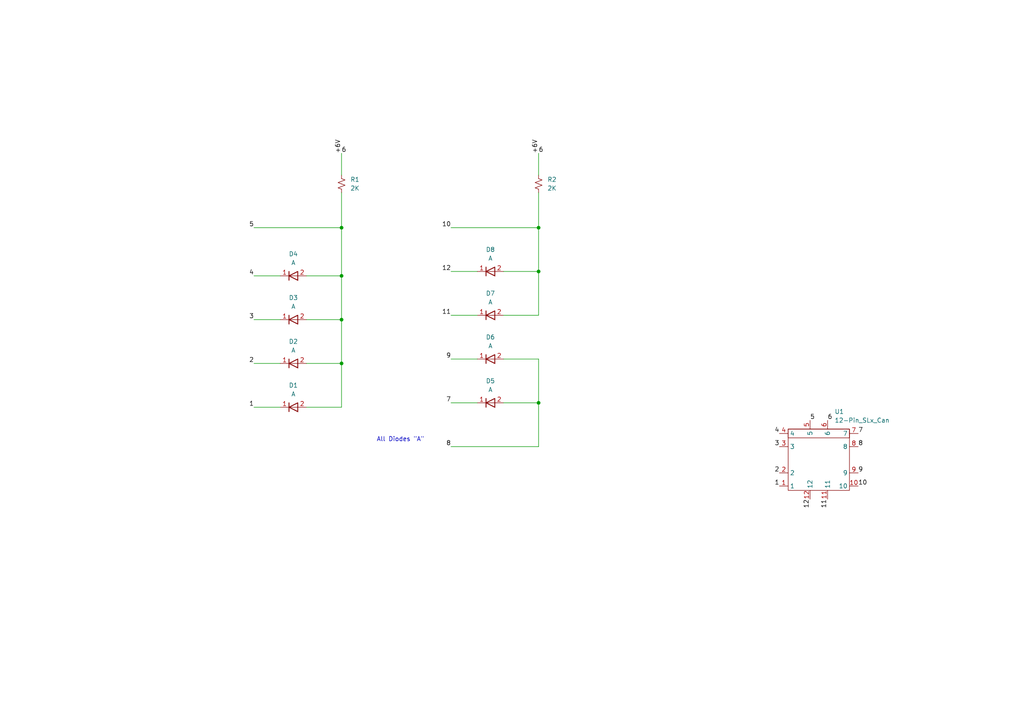
<source format=kicad_sch>
(kicad_sch (version 20211123) (generator eeschema)
  (paper "A4")
  (lib_symbols
    (symbol "Device:R_Small_US" (pin_numbers hide) (pin_names (offset 0.254) hide)
      (property "Reference" "R" (at 0.762 0.508 0))
      (property "Value" "R_Small_US" (at 0.762 -1.016 0))
      (symbol "R_Small_US_1_1"
        (polyline (pts (xy 0 0) (xy 1.016 -0.381) (xy 0 -0.762) (xy -1.016 -1.143) (xy 0 -1.524)))
        (polyline (pts (xy 0 1.524) (xy 1.016 1.143) (xy 0 0.762) (xy -1.016 0.381) (xy 0 0)))
        (pin passive line (at 0 2.54 270) (length 1.016) (name "~") (number "1"))
        (pin passive line (at 0 -2.54 90) (length 1.016) (name "~") (number "2"))
      )
    )
    (symbol "IBM_SLT-SLD:12-Pin_SLx_Can"
      (property "Reference" "U" (at 0 -2.54 0))
      (property "Value" "12-Pin_SLx_Can" (at 0 0 0))
      (symbol "12-Pin_SLx_Can_0_1"
        (rectangle (start -8.89 8.89) (end 8.89 -8.89))
        (rectangle (start -8.89 8.89) (end 8.89 6.35))
      )
      (symbol "12-Pin_SLx_Can_1_1"
        (pin passive line (at -11.43 -7.62 0) (length 2.54) (name "1") (number "1"))
        (pin passive line (at 11.43 -7.62 180) (length 2.54) (name "10") (number "10"))
        (pin passive line (at 2.54 -11.43 90) (length 2.54) (name "11") (number "11"))
        (pin passive line (at -2.54 -11.43 90) (length 2.54) (name "12") (number "12"))
        (pin passive line (at -11.43 -3.81 0) (length 2.54) (name "2") (number "2"))
        (pin passive line (at -11.43 3.81 0) (length 2.54) (name "3") (number "3"))
        (pin passive line (at -11.43 7.62 0) (length 2.54) (name "4") (number "4"))
        (pin passive line (at -2.54 11.43 270) (length 2.54) (name "5") (number "5"))
        (pin passive line (at 2.54 11.43 270) (length 2.54) (name "6") (number "6"))
        (pin passive line (at 11.43 7.62 180) (length 2.54) (name "7") (number "7"))
        (pin passive line (at 11.43 3.81 180) (length 2.54) (name "8") (number "8"))
        (pin passive line (at 11.43 -3.81 180) (length 2.54) (name "9") (number "9"))
      )
    )
    (symbol "IBM_SLT-SLD:IBM_Diode"
      (property "Reference" "D" (at 0 5.08 0))
      (property "Value" "IBM_Diode" (at 0 2.54 0))
      (symbol "IBM_Diode_0_1"
        (polyline (pts (xy -1.27 1.27) (xy -1.27 -1.27)) (stroke (width 0.254)))
        (polyline (pts (xy 1.27 0) (xy -1.27 0)))
        (polyline (pts (xy 1.27 1.27) (xy 1.27 -1.27) (xy -1.27 0) (xy 1.27 1.27)) (stroke (width 0.254)))
      )
      (symbol "IBM_Diode_1_1"
        (pin passive line (at -3.81 0 0) (length 2.54) (name "K") (number "1"))
        (pin passive line (at 3.81 0 180) (length 2.54) (name "A") (number "2"))
      )
    )
  )
  (junction (at 99.06 66.04))
  (junction (at 156.21 66.04))
  (junction (at 156.21 116.84))
  (junction (at 99.06 105.41))
  (junction (at 156.21 78.74))
  (junction (at 99.06 80.01))
  (junction (at 99.06 92.71))
  (wire (pts (xy 156.21 44.45) (xy 156.21 50.8)))
  (wire (pts (xy 146.05 104.14) (xy 156.21 104.14)))
  (wire (pts (xy 88.9 80.01) (xy 99.06 80.01)))
  (wire (pts (xy 73.66 105.41) (xy 81.28 105.41)))
  (wire (pts (xy 99.06 105.41) (xy 99.06 118.11)))
  (wire (pts (xy 130.81 66.04) (xy 156.21 66.04)))
  (wire (pts (xy 73.66 92.71) (xy 81.28 92.71)))
  (wire (pts (xy 156.21 129.54) (xy 156.21 116.84)))
  (wire (pts (xy 130.81 116.84) (xy 138.43 116.84)))
  (wire (pts (xy 88.9 92.71) (xy 99.06 92.71)))
  (wire (pts (xy 156.21 104.14) (xy 156.21 116.84)))
  (wire (pts (xy 99.06 80.01) (xy 99.06 92.71)))
  (wire (pts (xy 156.21 78.74) (xy 156.21 66.04)))
  (wire (pts (xy 146.05 116.84) (xy 156.21 116.84)))
  (wire (pts (xy 146.05 91.44) (xy 156.21 91.44)))
  (wire (pts (xy 73.66 118.11) (xy 81.28 118.11)))
  (wire (pts (xy 88.9 118.11) (xy 99.06 118.11)))
  (wire (pts (xy 99.06 66.04) (xy 99.06 55.88)))
  (wire (pts (xy 99.06 66.04) (xy 99.06 80.01)))
  (wire (pts (xy 73.66 66.04) (xy 99.06 66.04)))
  (wire (pts (xy 99.06 92.71) (xy 99.06 105.41)))
  (wire (pts (xy 146.05 78.74) (xy 156.21 78.74)))
  (wire (pts (xy 130.81 78.74) (xy 138.43 78.74)))
  (wire (pts (xy 99.06 44.45) (xy 99.06 50.8)))
  (wire (pts (xy 130.81 104.14) (xy 138.43 104.14)))
  (wire (pts (xy 156.21 91.44) (xy 156.21 78.74)))
  (wire (pts (xy 88.9 105.41) (xy 99.06 105.41)))
  (wire (pts (xy 130.81 91.44) (xy 138.43 91.44)))
  (wire (pts (xy 130.81 129.54) (xy 156.21 129.54)))
  (wire (pts (xy 156.21 66.04) (xy 156.21 55.88)))
  (wire (pts (xy 73.66 80.01) (xy 81.28 80.01)))
  (text "All Diodes \"A\"" (at 109.22 128.27 0) (effects (font (size 1.27 1.27)) (justify left bottom)))
  (label "8" (at 130.81 129.54 180))
  (label "9" (at 248.92 137.16 0))
  (label "7" (at 248.92 125.73 0))
  (label "+6V" (at 99.06 44.45 90))
  (label "5" (at 234.95 121.92 0))
  (label "5" (at 73.66 66.04 180))
  (label "11" (at 240.03 144.78 270))
  (label "7" (at 130.81 116.84 180))
  (label "12" (at 130.81 78.74 180))
  (label "2" (at 73.66 105.41 180))
  (label "6" (at 156.21 44.45 0))
  (label "4" (at 226.06 125.73 180))
  (label "10" (at 248.92 140.97 0))
  (label "11" (at 130.81 91.44 180))
  (label "3" (at 226.06 129.54 180))
  (label "+6V" (at 156.21 44.45 90))
  (label "8" (at 248.92 129.54 0))
  (label "1" (at 226.06 140.97 180))
  (label "1" (at 73.66 118.11 180))
  (label "12" (at 234.95 144.78 270))
  (label "4" (at 73.66 80.01 180))
  (label "10" (at 130.81 66.04 180))
  (label "3" (at 73.66 92.71 180))
  (label "2" (at 226.06 137.16 180))
  (label "9" (at 130.81 104.14 180))
  (label "6" (at 240.03 121.92 0))
  (label "6" (at 99.06 44.45 0))
  (symbol (lib_id "IBM_SLT-SLD:IBM_Diode") (at 142.24 104.14 0) (mirror x) (unit 1)
    (property "Reference" "D6" (at 142.24 97.79 0))
    (property "Value" "A" (at 142.24 100.33 0))
    (property "Footprint" "Diode_SMD:D_0201_0603Metric" (effects hide))
  )
  (symbol (lib_id "IBM_SLT-SLD:IBM_Diode") (at 142.24 116.84 0) (mirror x) (unit 1)
    (property "Reference" "D5" (at 142.24 110.49 0))
    (property "Value" "A" (at 142.24 113.03 0))
    (property "Footprint" "Diode_SMD:D_0201_0603Metric" (effects hide))
  )
  (symbol (lib_id "Device:R_Small_US") (at 99.06 53.34 0) (unit 1)
    (property "Reference" "R1" (at 101.6 52.0699 0) (effects (justify left)))
    (property "Value" "2K" (at 101.6 54.6099 0) (effects (justify left)))
    (property "Footprint" "Resistor_SMD:R_0201_0603Metric" (effects hide))
  )
  (symbol (lib_id "IBM_SLT-SLD:IBM_Diode") (at 142.24 78.74 0) (mirror x) (unit 1)
    (property "Reference" "D8" (at 142.24 72.39 0))
    (property "Value" "A" (at 142.24 74.93 0))
    (property "Footprint" "Diode_SMD:D_0201_0603Metric" (effects hide))
  )
  (symbol (lib_id "IBM_SLT-SLD:IBM_Diode") (at 85.09 80.01 0) (mirror x) (unit 1)
    (property "Reference" "D4" (at 85.09 73.66 0))
    (property "Value" "A" (at 85.09 76.2 0))
    (property "Footprint" "Diode_SMD:D_0201_0603Metric" (effects hide))
  )
  (symbol (lib_id "IBM_SLT-SLD:12-Pin_SLx_Can") (at 237.49 133.35 0) (unit 1)
    (property "Reference" "U1" (at 242.0494 119.38 0) (effects (justify left)))
    (property "Value" "12-Pin_SLx_Can" (at 242.0494 121.92 0) (effects (justify left)))
    (property "Footprint" "IBM_SLT-SLD:12-Pin_SLx_Can" (effects hide))
  )
  (symbol (lib_id "IBM_SLT-SLD:IBM_Diode") (at 85.09 118.11 0) (mirror x) (unit 1)
    (property "Reference" "D1" (at 85.09 111.76 0))
    (property "Value" "A" (at 85.09 114.3 0))
    (property "Footprint" "Diode_SMD:D_0201_0603Metric" (effects hide))
  )
  (symbol (lib_id "IBM_SLT-SLD:IBM_Diode") (at 142.24 91.44 0) (mirror x) (unit 1)
    (property "Reference" "D7" (at 142.24 85.09 0))
    (property "Value" "A" (at 142.24 87.63 0))
    (property "Footprint" "Diode_SMD:D_0201_0603Metric" (effects hide))
  )
  (symbol (lib_id "IBM_SLT-SLD:IBM_Diode") (at 85.09 105.41 0) (mirror x) (unit 1)
    (property "Reference" "D2" (at 85.09 99.06 0))
    (property "Value" "A" (at 85.09 101.6 0))
    (property "Footprint" "Diode_SMD:D_0201_0603Metric" (effects hide))
  )
  (symbol (lib_id "IBM_SLT-SLD:IBM_Diode") (at 85.09 92.71 0) (mirror x) (unit 1)
    (property "Reference" "D3" (at 85.09 86.36 0))
    (property "Value" "A" (at 85.09 88.9 0))
    (property "Footprint" "Diode_SMD:D_0201_0603Metric" (effects hide))
  )
  (symbol (lib_id "Device:R_Small_US") (at 156.21 53.34 0) (unit 1)
    (property "Reference" "R2" (at 158.75 52.0699 0) (effects (justify left)))
    (property "Value" "2K" (at 158.75 54.6099 0) (effects (justify left)))
    (property "Footprint" "Resistor_SMD:R_0201_0603Metric" (effects hide))
  )
)
</source>
